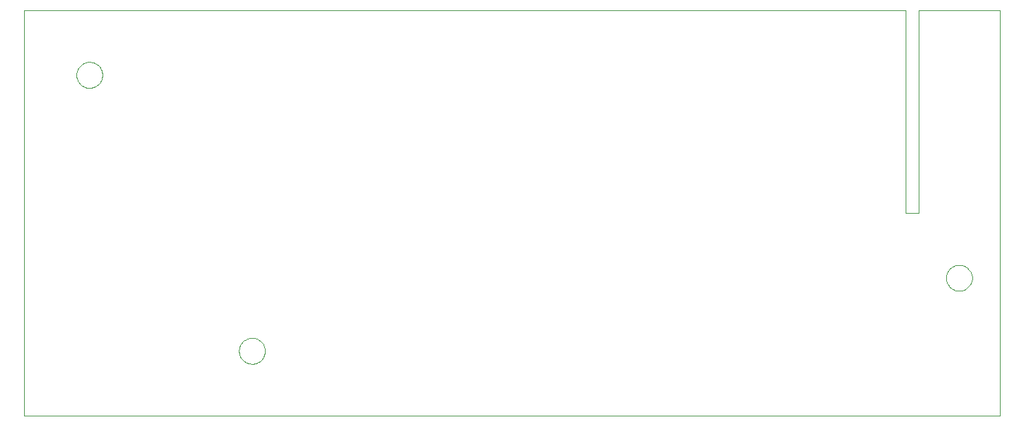
<source format=gbo>
G75*
G70*
%OFA0B0*%
%FSLAX24Y24*%
%IPPOS*%
%LPD*%
%AMOC8*
5,1,8,0,0,1.08239X$1,22.5*
%
%ADD10C,0.0000*%
D10*
X000180Y000218D02*
X000180Y019903D01*
X042857Y019903D01*
X042857Y010060D01*
X043487Y010060D01*
X043487Y019903D01*
X047424Y019903D01*
X047424Y000218D01*
X000180Y000218D01*
X010574Y003367D02*
X010576Y003417D01*
X010582Y003467D01*
X010592Y003516D01*
X010606Y003564D01*
X010623Y003611D01*
X010644Y003656D01*
X010669Y003700D01*
X010697Y003741D01*
X010729Y003780D01*
X010763Y003817D01*
X010800Y003851D01*
X010840Y003881D01*
X010882Y003908D01*
X010926Y003932D01*
X010972Y003953D01*
X011019Y003969D01*
X011067Y003982D01*
X011117Y003991D01*
X011166Y003996D01*
X011217Y003997D01*
X011267Y003994D01*
X011316Y003987D01*
X011365Y003976D01*
X011413Y003961D01*
X011459Y003943D01*
X011504Y003921D01*
X011547Y003895D01*
X011588Y003866D01*
X011627Y003834D01*
X011663Y003799D01*
X011695Y003761D01*
X011725Y003721D01*
X011752Y003678D01*
X011775Y003634D01*
X011794Y003588D01*
X011810Y003540D01*
X011822Y003491D01*
X011830Y003442D01*
X011834Y003392D01*
X011834Y003342D01*
X011830Y003292D01*
X011822Y003243D01*
X011810Y003194D01*
X011794Y003146D01*
X011775Y003100D01*
X011752Y003056D01*
X011725Y003013D01*
X011695Y002973D01*
X011663Y002935D01*
X011627Y002900D01*
X011588Y002868D01*
X011547Y002839D01*
X011504Y002813D01*
X011459Y002791D01*
X011413Y002773D01*
X011365Y002758D01*
X011316Y002747D01*
X011267Y002740D01*
X011217Y002737D01*
X011166Y002738D01*
X011117Y002743D01*
X011067Y002752D01*
X011019Y002765D01*
X010972Y002781D01*
X010926Y002802D01*
X010882Y002826D01*
X010840Y002853D01*
X010800Y002883D01*
X010763Y002917D01*
X010729Y002954D01*
X010697Y002993D01*
X010669Y003034D01*
X010644Y003078D01*
X010623Y003123D01*
X010606Y003170D01*
X010592Y003218D01*
X010582Y003267D01*
X010576Y003317D01*
X010574Y003367D01*
X002700Y016753D02*
X002702Y016803D01*
X002708Y016853D01*
X002718Y016902D01*
X002732Y016950D01*
X002749Y016997D01*
X002770Y017042D01*
X002795Y017086D01*
X002823Y017127D01*
X002855Y017166D01*
X002889Y017203D01*
X002926Y017237D01*
X002966Y017267D01*
X003008Y017294D01*
X003052Y017318D01*
X003098Y017339D01*
X003145Y017355D01*
X003193Y017368D01*
X003243Y017377D01*
X003292Y017382D01*
X003343Y017383D01*
X003393Y017380D01*
X003442Y017373D01*
X003491Y017362D01*
X003539Y017347D01*
X003585Y017329D01*
X003630Y017307D01*
X003673Y017281D01*
X003714Y017252D01*
X003753Y017220D01*
X003789Y017185D01*
X003821Y017147D01*
X003851Y017107D01*
X003878Y017064D01*
X003901Y017020D01*
X003920Y016974D01*
X003936Y016926D01*
X003948Y016877D01*
X003956Y016828D01*
X003960Y016778D01*
X003960Y016728D01*
X003956Y016678D01*
X003948Y016629D01*
X003936Y016580D01*
X003920Y016532D01*
X003901Y016486D01*
X003878Y016442D01*
X003851Y016399D01*
X003821Y016359D01*
X003789Y016321D01*
X003753Y016286D01*
X003714Y016254D01*
X003673Y016225D01*
X003630Y016199D01*
X003585Y016177D01*
X003539Y016159D01*
X003491Y016144D01*
X003442Y016133D01*
X003393Y016126D01*
X003343Y016123D01*
X003292Y016124D01*
X003243Y016129D01*
X003193Y016138D01*
X003145Y016151D01*
X003098Y016167D01*
X003052Y016188D01*
X003008Y016212D01*
X002966Y016239D01*
X002926Y016269D01*
X002889Y016303D01*
X002855Y016340D01*
X002823Y016379D01*
X002795Y016420D01*
X002770Y016464D01*
X002749Y016509D01*
X002732Y016556D01*
X002718Y016604D01*
X002708Y016653D01*
X002702Y016703D01*
X002700Y016753D01*
X044826Y006910D02*
X044828Y006960D01*
X044834Y007010D01*
X044844Y007059D01*
X044858Y007107D01*
X044875Y007154D01*
X044896Y007199D01*
X044921Y007243D01*
X044949Y007284D01*
X044981Y007323D01*
X045015Y007360D01*
X045052Y007394D01*
X045092Y007424D01*
X045134Y007451D01*
X045178Y007475D01*
X045224Y007496D01*
X045271Y007512D01*
X045319Y007525D01*
X045369Y007534D01*
X045418Y007539D01*
X045469Y007540D01*
X045519Y007537D01*
X045568Y007530D01*
X045617Y007519D01*
X045665Y007504D01*
X045711Y007486D01*
X045756Y007464D01*
X045799Y007438D01*
X045840Y007409D01*
X045879Y007377D01*
X045915Y007342D01*
X045947Y007304D01*
X045977Y007264D01*
X046004Y007221D01*
X046027Y007177D01*
X046046Y007131D01*
X046062Y007083D01*
X046074Y007034D01*
X046082Y006985D01*
X046086Y006935D01*
X046086Y006885D01*
X046082Y006835D01*
X046074Y006786D01*
X046062Y006737D01*
X046046Y006689D01*
X046027Y006643D01*
X046004Y006599D01*
X045977Y006556D01*
X045947Y006516D01*
X045915Y006478D01*
X045879Y006443D01*
X045840Y006411D01*
X045799Y006382D01*
X045756Y006356D01*
X045711Y006334D01*
X045665Y006316D01*
X045617Y006301D01*
X045568Y006290D01*
X045519Y006283D01*
X045469Y006280D01*
X045418Y006281D01*
X045369Y006286D01*
X045319Y006295D01*
X045271Y006308D01*
X045224Y006324D01*
X045178Y006345D01*
X045134Y006369D01*
X045092Y006396D01*
X045052Y006426D01*
X045015Y006460D01*
X044981Y006497D01*
X044949Y006536D01*
X044921Y006577D01*
X044896Y006621D01*
X044875Y006666D01*
X044858Y006713D01*
X044844Y006761D01*
X044834Y006810D01*
X044828Y006860D01*
X044826Y006910D01*
M02*

</source>
